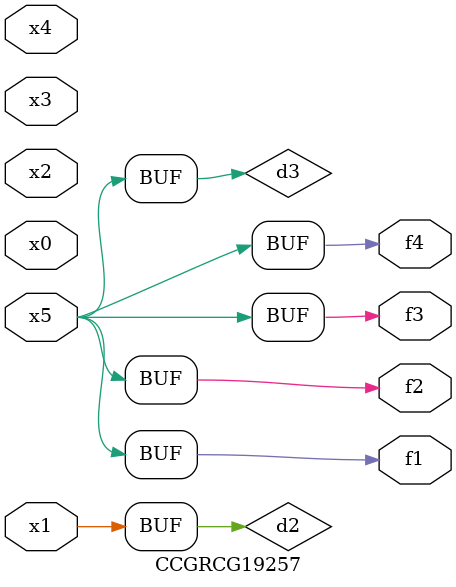
<source format=v>
module CCGRCG19257(
	input x0, x1, x2, x3, x4, x5,
	output f1, f2, f3, f4
);

	wire d1, d2, d3;

	not (d1, x5);
	or (d2, x1);
	xnor (d3, d1);
	assign f1 = d3;
	assign f2 = d3;
	assign f3 = d3;
	assign f4 = d3;
endmodule

</source>
